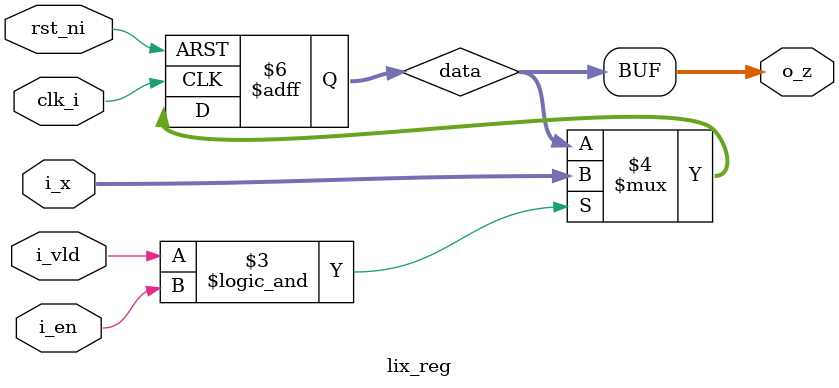
<source format=v>

`ifndef FPGA
`define FPGA
`endif

`default_nettype none
`timescale 1ns / 100ps
module lix_reg #(
    parameter  W = 32
  )(
    input  wire          clk_i,
    input  wire          rst_ni,
    input  wire          i_vld,
    input  wire          i_en,
    input  wire  [W-1:0] i_x,
    output wire  [W-1:0] o_z);

`ifdef SIM
  reg [W-1:0] data;
  genvar i;
  generate
  for (i = 0 ; i < W ; i = i + 1)begin: GREG

    always@(negedge rst_ni or posedge clk_i) begin
      if (~rst_ni)begin
        data[i] <= 1'b0;
      end else if (i_vld && i_en) begin
        data[i] <= i_x[i];
      end
    end
    
    assign o_z[i] = data[i];
    
  end
  endgenerate

`elsif FPGA

reg [W-1:0] data;
always@(negedge rst_ni or posedge clk_i) begin
  if (~rst_ni)begin
    data <= {{W}{1'b0}};
  end else if (i_vld && i_en) begin
    data <= i_x;
  end
end

assign o_z = data;


`elsif TSMC_28N

  genvar i;

  wire en;
  lix_and  #(.W(1)
  ) u_and(
    .i_x (i_vld),
    .i_y (i_en),
    .o_z (en));

  generate
    for (i = 0 ; i < W ; i = i +1) begin: GREG
      EDFCNQD4BWP12T30P140LVT u_reg ( 
        .D(i_x[i]), 
        .E(en), 
        .CP(clk_i), 
        .CDN(rst_ni), 
        .Q(o_z[i]));
    end
  endgenerate



`elsif LIB_45NM

  genvar i;

  wire en;
  wire  [W-1:0] din;
  reg   [W-1:0] data;

  lix_and  #(.W(1)
  ) u_and(
    .i_x (i_vld),
    .i_y (i_en),
    .o_z (en));

  assign din = en ? i_x : data;   

  generate
    for (i = 0 ; i < W ; i = i +1) begin: GREG
      DFFR_X2 u_reg (
        .D(din[i]), 
        .RN(rst_ni), 
        .CK(clk_i), 
        .Q(data[i]), 
        .QN());
    end
  endgenerate 

  assign o_z = data;

`else


`endif


endmodule

</source>
